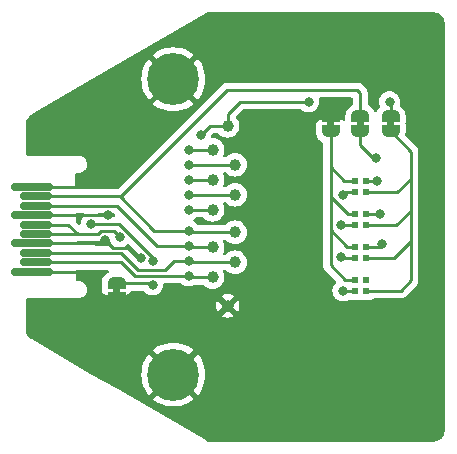
<source format=gtl>
%TF.GenerationSoftware,KiCad,Pcbnew,8.0.1*%
%TF.CreationDate,2024-08-04T19:12:34+01:00*%
%TF.ProjectId,hexpansion,68657870-616e-4736-996f-6e2e6b696361,rev?*%
%TF.SameCoordinates,Original*%
%TF.FileFunction,Copper,L1,Top*%
%TF.FilePolarity,Positive*%
%FSLAX46Y46*%
G04 Gerber Fmt 4.6, Leading zero omitted, Abs format (unit mm)*
G04 Created by KiCad (PCBNEW 8.0.1) date 2024-08-04 19:12:34*
%MOMM*%
%LPD*%
G01*
G04 APERTURE LIST*
G04 Aperture macros list*
%AMRoundRect*
0 Rectangle with rounded corners*
0 $1 Rounding radius*
0 $2 $3 $4 $5 $6 $7 $8 $9 X,Y pos of 4 corners*
0 Add a 4 corners polygon primitive as box body*
4,1,4,$2,$3,$4,$5,$6,$7,$8,$9,$2,$3,0*
0 Add four circle primitives for the rounded corners*
1,1,$1+$1,$2,$3*
1,1,$1+$1,$4,$5*
1,1,$1+$1,$6,$7*
1,1,$1+$1,$8,$9*
0 Add four rect primitives between the rounded corners*
20,1,$1+$1,$2,$3,$4,$5,0*
20,1,$1+$1,$4,$5,$6,$7,0*
20,1,$1+$1,$6,$7,$8,$9,0*
20,1,$1+$1,$8,$9,$2,$3,0*%
%AMFreePoly0*
4,1,19,0.500000,-0.750000,0.000000,-0.750000,0.000000,-0.744911,-0.071157,-0.744911,-0.207708,-0.704816,-0.327430,-0.627875,-0.420627,-0.520320,-0.479746,-0.390866,-0.500000,-0.250000,-0.500000,0.250000,-0.479746,0.390866,-0.420627,0.520320,-0.327430,0.627875,-0.207708,0.704816,-0.071157,0.744911,0.000000,0.744911,0.000000,0.750000,0.500000,0.750000,0.500000,-0.750000,0.500000,-0.750000,
$1*%
%AMFreePoly1*
4,1,19,0.000000,0.744911,0.071157,0.744911,0.207708,0.704816,0.327430,0.627875,0.420627,0.520320,0.479746,0.390866,0.500000,0.250000,0.500000,-0.250000,0.479746,-0.390866,0.420627,-0.520320,0.327430,-0.627875,0.207708,-0.704816,0.071157,-0.744911,0.000000,-0.744911,0.000000,-0.750000,-0.500000,-0.750000,-0.500000,0.750000,0.000000,0.750000,0.000000,0.744911,0.000000,0.744911,
$1*%
G04 Aperture macros list end*
%TA.AperFunction,EtchedComponent*%
%ADD10C,0.000000*%
%TD*%
%TA.AperFunction,SMDPad,CuDef*%
%ADD11C,1.000000*%
%TD*%
%TA.AperFunction,SMDPad,CuDef*%
%ADD12RoundRect,0.150000X1.600000X0.150000X-1.600000X0.150000X-1.600000X-0.150000X1.600000X-0.150000X0*%
%TD*%
%TA.AperFunction,SMDPad,CuDef*%
%ADD13RoundRect,0.150000X1.200000X0.150000X-1.200000X0.150000X-1.200000X-0.150000X1.200000X-0.150000X0*%
%TD*%
%TA.AperFunction,SMDPad,CuDef*%
%ADD14R,0.550000X0.550000*%
%TD*%
%TA.AperFunction,SMDPad,CuDef*%
%ADD15FreePoly0,270.000000*%
%TD*%
%TA.AperFunction,SMDPad,CuDef*%
%ADD16FreePoly1,270.000000*%
%TD*%
%TA.AperFunction,ComponentPad*%
%ADD17C,0.700000*%
%TD*%
%TA.AperFunction,ComponentPad*%
%ADD18C,4.400000*%
%TD*%
%TA.AperFunction,ViaPad*%
%ADD19C,0.800000*%
%TD*%
%TA.AperFunction,Conductor*%
%ADD20C,0.250000*%
%TD*%
%ADD21C,0.350000*%
G04 APERTURE END LIST*
D10*
%TA.AperFunction,EtchedComponent*%
%TO.C,DIN1*%
G36*
X128632006Y-91019999D02*
G01*
X128632005Y-91519998D01*
X128032004Y-91519997D01*
X128032005Y-91019998D01*
X128632006Y-91019999D01*
G37*
%TD.AperFunction*%
%TA.AperFunction,EtchedComponent*%
%TO.C,PWR1*%
G36*
X131222002Y-91020003D02*
G01*
X131222001Y-91520002D01*
X130622000Y-91520001D01*
X130622001Y-91020002D01*
X131222002Y-91020003D01*
G37*
%TD.AperFunction*%
%TA.AperFunction,EtchedComponent*%
%TO.C,JP1*%
G36*
X107996000Y-105659998D02*
G01*
X107395999Y-105659999D01*
X107396000Y-105160002D01*
X107996001Y-105160001D01*
X107996000Y-105659998D01*
G37*
%TD.AperFunction*%
%TA.AperFunction,EtchedComponent*%
%TO.C,GND1*%
G36*
X126122002Y-91020003D02*
G01*
X126122001Y-91520002D01*
X125522000Y-91520001D01*
X125522001Y-91020002D01*
X126122002Y-91020003D01*
G37*
%TD.AperFunction*%
%TD*%
D11*
%TO.P,3V3,1,1*%
%TO.N,/3V3*%
X117094000Y-91440000D03*
%TD*%
%TO.P,HS_I1,1,1*%
%TO.N,/HS_I*%
X115824000Y-104267000D03*
%TD*%
D12*
%TO.P,J1,11,GND*%
%TO.N,/GND*%
X100500000Y-96600000D03*
D13*
%TO.P,J1,12,HS_F*%
%TO.N,/HS_F*%
X100900000Y-97400000D03*
%TO.P,J1,13,HS_G*%
%TO.N,/HS_G*%
X100900000Y-98200000D03*
D12*
%TO.P,J1,14,GND*%
%TO.N,/GND*%
X100500000Y-99000000D03*
D13*
%TO.P,J1,15,3V3*%
%TO.N,/3V3*%
X100900000Y-99800000D03*
%TO.P,J1,16,3V3*%
X100900000Y-100600000D03*
D12*
%TO.P,J1,17,GND*%
%TO.N,/GND*%
X100500000Y-101400000D03*
D13*
%TO.P,J1,18,HS_H*%
%TO.N,/HS_H*%
X100900000Y-102200000D03*
%TO.P,J1,19,HS_I*%
%TO.N,/HS_I*%
X100900000Y-103000000D03*
D12*
%TO.P,J1,20,GND*%
%TO.N,/GND*%
X100500000Y-103800000D03*
%TD*%
D11*
%TO.P,HS_F1,1,1*%
%TO.N,/HS_F*%
X117729000Y-100457000D03*
%TD*%
D14*
%TO.P,D1,1,DIN*%
%TO.N,Net-(D1-DIN)*%
X127902000Y-97085000D03*
%TO.P,D1,2,VDD*%
%TO.N,Net-(D1-VDD)*%
X128852000Y-97085000D03*
%TO.P,D1,3,DOUT*%
%TO.N,Net-(D1-DOUT)*%
X128852000Y-96135000D03*
%TO.P,D1,4,VSS*%
%TO.N,Net-(D1-VSS)*%
X127902000Y-96135000D03*
%TD*%
D11*
%TO.P,LS_B1,1,1*%
%TO.N,/LS_B*%
X117729000Y-94742000D03*
%TD*%
%TO.P,LS_D1,1,1*%
%TO.N,/LS_D*%
X117729000Y-97282000D03*
%TD*%
D15*
%TO.P,DIN1,1,A*%
%TO.N,/HS_F*%
X128332004Y-90619996D03*
D16*
%TO.P,DIN1,2,B*%
%TO.N,Net-(D1-DIN)*%
X128332006Y-91920000D03*
%TD*%
D11*
%TO.P,GND2,1,1*%
%TO.N,/GND*%
X117094000Y-106680000D03*
%TD*%
%TO.P,HS_H1,1,1*%
%TO.N,/HS_H*%
X117729000Y-102997000D03*
%TD*%
D14*
%TO.P,D4,1,DIN*%
%TO.N,Net-(D3-DOUT)*%
X127902000Y-105410000D03*
%TO.P,D4,2,VDD*%
%TO.N,Net-(D1-VDD)*%
X128852000Y-105410000D03*
%TO.P,D4,3,DOUT*%
%TO.N,unconnected-(D4-DOUT-Pad3)*%
X128852000Y-104460000D03*
%TO.P,D4,4,VSS*%
%TO.N,Net-(D1-VSS)*%
X127902000Y-104460000D03*
%TD*%
D17*
%TO.P,H2,1,1*%
%TO.N,/GND*%
X110850000Y-87500000D03*
X111333274Y-86333274D03*
X111333274Y-88666726D03*
X112500000Y-85850000D03*
D18*
X112500000Y-87500000D03*
D17*
X112500000Y-89150000D03*
X113666726Y-86333274D03*
X113666726Y-88666726D03*
X114150000Y-87500000D03*
%TD*%
D15*
%TO.P,PWR1,1,A*%
%TO.N,/3V3*%
X130922000Y-90620000D03*
D16*
%TO.P,PWR1,2,B*%
%TO.N,Net-(D1-VDD)*%
X130922002Y-91920004D03*
%TD*%
D11*
%TO.P,LS_A1,1,1*%
%TO.N,/LS_A*%
X115824000Y-93472000D03*
%TD*%
%TO.P,LS_C1,1,1*%
%TO.N,/LS_C*%
X115824000Y-96012000D03*
%TD*%
D15*
%TO.P,JP1,1,A*%
%TO.N,/HEXP_DET*%
X107695999Y-104759998D03*
D16*
%TO.P,JP1,2,B*%
%TO.N,/GND*%
X107696001Y-106060002D03*
%TD*%
D14*
%TO.P,D3,1,DIN*%
%TO.N,Net-(D2-DOUT)*%
X127902000Y-102635000D03*
%TO.P,D3,2,VDD*%
%TO.N,Net-(D1-VDD)*%
X128852000Y-102635000D03*
%TO.P,D3,3,DOUT*%
%TO.N,Net-(D3-DOUT)*%
X128852000Y-101685000D03*
%TO.P,D3,4,VSS*%
%TO.N,Net-(D1-VSS)*%
X127902000Y-101685000D03*
%TD*%
D11*
%TO.P,HS_G1,1,1*%
%TO.N,/HS_G*%
X115824000Y-101727000D03*
%TD*%
%TO.P,LS_E1,1,1*%
%TO.N,/LS_E*%
X115824000Y-98552000D03*
%TD*%
D15*
%TO.P,GND1,1,A*%
%TO.N,/GND*%
X125822000Y-90620000D03*
D16*
%TO.P,GND1,2,B*%
%TO.N,Net-(D1-VSS)*%
X125822002Y-91920004D03*
%TD*%
D17*
%TO.P,H1,1,1*%
%TO.N,/GND*%
X110850000Y-112500000D03*
X111333274Y-111333274D03*
X111333274Y-113666726D03*
X112500000Y-110850000D03*
D18*
X112500000Y-112500000D03*
D17*
X112500000Y-114150000D03*
X113666726Y-111333274D03*
X113666726Y-113666726D03*
X114150000Y-112500000D03*
%TD*%
D14*
%TO.P,D2,1,DIN*%
%TO.N,Net-(D1-DOUT)*%
X127902000Y-99860000D03*
%TO.P,D2,2,VDD*%
%TO.N,Net-(D1-VDD)*%
X128852000Y-99860000D03*
%TO.P,D2,3,DOUT*%
%TO.N,Net-(D2-DOUT)*%
X128852000Y-98910000D03*
%TO.P,D2,4,VSS*%
%TO.N,Net-(D1-VSS)*%
X127902000Y-98910000D03*
%TD*%
D19*
%TO.N,/HEXP_DET*%
X110744000Y-104902000D03*
X110744000Y-102870000D03*
X105559132Y-99725000D03*
%TO.N,/GND*%
X109728000Y-102616000D03*
X106680000Y-101075000D03*
X106934000Y-99023000D03*
%TO.N,/3V3*%
X130810000Y-89408000D03*
X123952000Y-89408000D03*
X114808000Y-92202000D03*
X107945347Y-100833347D03*
%TO.N,/GND*%
X105918000Y-105918000D03*
X105918000Y-93726000D03*
%TO.N,/LS_C*%
X113792000Y-96012000D03*
%TO.N,/LS_D*%
X113792000Y-97282000D03*
%TO.N,/LS_E*%
X113792000Y-98552000D03*
%TO.N,/HS_F*%
X113792000Y-100330000D03*
%TO.N,/HS_G*%
X113792000Y-101600000D03*
%TO.N,/HS_H*%
X113792000Y-102870000D03*
%TO.N,/HS_I*%
X113792000Y-104140000D03*
%TO.N,Net-(D1-DIN)*%
X126852000Y-97300000D03*
X129682000Y-94200000D03*
%TO.N,Net-(D1-DOUT)*%
X129777000Y-96135000D03*
X126662000Y-99860000D03*
%TO.N,Net-(D2-DOUT)*%
X130042000Y-98920000D03*
X126692000Y-102520000D03*
%TO.N,Net-(D3-DOUT)*%
X130182000Y-101450000D03*
X126882000Y-105390000D03*
%TO.N,/LS_B*%
X113792000Y-94742000D03*
%TO.N,/LS_A*%
X113792000Y-93472000D03*
%TD*%
D20*
%TO.N,/GND*%
X106911000Y-99000000D02*
X100500000Y-99000000D01*
X106934000Y-99023000D02*
X106911000Y-99000000D01*
%TO.N,/3V3*%
X106379695Y-100350000D02*
X106129695Y-100600000D01*
X107462000Y-100350000D02*
X106379695Y-100350000D01*
X106129695Y-100600000D02*
X100900000Y-100600000D01*
X107945347Y-100833347D02*
X107462000Y-100350000D01*
X103594000Y-99800000D02*
X100900000Y-99800000D01*
X104394000Y-100600000D02*
X103594000Y-99800000D01*
%TO.N,/HEXP_DET*%
X110601998Y-104759998D02*
X110744000Y-104902000D01*
X107695999Y-104759998D02*
X110601998Y-104759998D01*
X110744000Y-102606695D02*
X110744000Y-102870000D01*
X107885305Y-99748000D02*
X110744000Y-102606695D01*
X105559132Y-99725000D02*
X105582132Y-99748000D01*
X105582132Y-99748000D02*
X107885305Y-99748000D01*
%TO.N,/GND*%
X108628000Y-101770000D02*
X107375000Y-101770000D01*
X107375000Y-101770000D02*
X106680000Y-101075000D01*
X109474000Y-102616000D02*
X108628000Y-101770000D01*
X109728000Y-102616000D02*
X109474000Y-102616000D01*
%TO.N,/HS_H*%
X112522000Y-102870000D02*
X113792000Y-102870000D01*
X109474000Y-103632000D02*
X111760000Y-103632000D01*
X111760000Y-103632000D02*
X112522000Y-102870000D01*
X108062000Y-102220000D02*
X109474000Y-103632000D01*
X105850000Y-102200000D02*
X105870000Y-102220000D01*
X105870000Y-102220000D02*
X108062000Y-102220000D01*
X100900000Y-102200000D02*
X105850000Y-102200000D01*
%TO.N,/HS_I*%
X109220000Y-104140000D02*
X113792000Y-104140000D01*
X108080000Y-103000000D02*
X109220000Y-104140000D01*
X100900000Y-103000000D02*
X108080000Y-103000000D01*
%TO.N,/HS_G*%
X111125000Y-101600000D02*
X113792000Y-101600000D01*
X107725000Y-98200000D02*
X111125000Y-101600000D01*
X105750000Y-98200000D02*
X107725000Y-98200000D01*
%TO.N,/GND*%
X106680000Y-101092000D02*
X106680000Y-101075000D01*
X100500000Y-101400000D02*
X106372000Y-101400000D01*
X106372000Y-101400000D02*
X106680000Y-101092000D01*
%TO.N,/3V3*%
X115570000Y-91440000D02*
X117094000Y-91440000D01*
X114808000Y-92202000D02*
X115570000Y-91440000D01*
X130922000Y-89520000D02*
X130810000Y-89408000D01*
X130922000Y-90620000D02*
X130922000Y-89520000D01*
X118110000Y-89408000D02*
X123952000Y-89408000D01*
X117094000Y-90424000D02*
X118110000Y-89408000D01*
X117094000Y-91440000D02*
X117094000Y-90424000D01*
%TO.N,/GND*%
X100500000Y-96600000D02*
X105610000Y-96600000D01*
X105880000Y-103800000D02*
X105910000Y-103830000D01*
X100500000Y-103800000D02*
X105880000Y-103800000D01*
%TO.N,/LS_C*%
X115824000Y-96012000D02*
X113792000Y-96012000D01*
%TO.N,/LS_D*%
X117729000Y-97282000D02*
X113792000Y-97282000D01*
%TO.N,/LS_E*%
X115824000Y-98552000D02*
X113792000Y-98552000D01*
%TO.N,/HS_F*%
X117729000Y-100457000D02*
X113919000Y-100457000D01*
X128092000Y-88410000D02*
X117076000Y-88410000D01*
X110880000Y-100330000D02*
X113792000Y-100330000D01*
X128332004Y-90619996D02*
X128332004Y-88940004D01*
X107950000Y-97400000D02*
X110880000Y-100330000D01*
X107950000Y-97400000D02*
X105480000Y-97400000D01*
X100900000Y-97400000D02*
X105480000Y-97400000D01*
X128332000Y-88940000D02*
X128332000Y-88650000D01*
X105680000Y-97400000D02*
X105690000Y-97390000D01*
X117076000Y-88410000D02*
X108086000Y-97400000D01*
X113919000Y-100457000D02*
X113792000Y-100330000D01*
X128332000Y-88650000D02*
X128092000Y-88410000D01*
X128332004Y-88940004D02*
X128332000Y-88940000D01*
X108086000Y-97400000D02*
X107950000Y-97400000D01*
X105480000Y-97400000D02*
X105680000Y-97400000D01*
%TO.N,/HS_G*%
X100900000Y-98200000D02*
X105750000Y-98200000D01*
X113919000Y-101727000D02*
X113792000Y-101600000D01*
X105750000Y-98200000D02*
X105760000Y-98190000D01*
X115824000Y-101727000D02*
X113919000Y-101727000D01*
%TO.N,/HS_H*%
X113919000Y-102997000D02*
X113792000Y-102870000D01*
X117729000Y-102997000D02*
X113919000Y-102997000D01*
%TO.N,/HS_I*%
X113919000Y-104267000D02*
X113792000Y-104140000D01*
X115824000Y-104267000D02*
X113919000Y-104267000D01*
%TO.N,Net-(D1-DIN)*%
X127067000Y-97085000D02*
X126852000Y-97300000D01*
X128332006Y-91920000D02*
X128332006Y-93100006D01*
X129432000Y-94200000D02*
X129682000Y-94200000D01*
X127902000Y-97085000D02*
X127067000Y-97085000D01*
X128332006Y-93100006D02*
X129432000Y-94200000D01*
%TO.N,Net-(D1-VDD)*%
X132632000Y-98620000D02*
X132632000Y-95920000D01*
X128852000Y-97085000D02*
X131467000Y-97085000D01*
X132632000Y-101210000D02*
X132632000Y-98620000D01*
X132632000Y-93630002D02*
X130922002Y-91920004D01*
X132632000Y-104530000D02*
X132632000Y-101210000D01*
X128852000Y-102635000D02*
X131207000Y-102635000D01*
X128852000Y-99860000D02*
X131392000Y-99860000D01*
X131752000Y-105410000D02*
X132632000Y-104530000D01*
X131467000Y-97085000D02*
X132632000Y-95920000D01*
X132632000Y-95920000D02*
X132632000Y-93630002D01*
X128852000Y-105410000D02*
X131752000Y-105410000D01*
X131207000Y-102635000D02*
X132632000Y-101210000D01*
X131392000Y-99860000D02*
X132632000Y-98620000D01*
%TO.N,Net-(D1-VSS)*%
X127207002Y-101685000D02*
X125822002Y-100300000D01*
X127282002Y-98910000D02*
X125822002Y-97450000D01*
X125822002Y-97450000D02*
X125822002Y-100300000D01*
X126987002Y-96135000D02*
X125822002Y-94970000D01*
X127032000Y-104460000D02*
X127902000Y-104460000D01*
X127902000Y-96135000D02*
X126987002Y-96135000D01*
X125812000Y-103240000D02*
X127032000Y-104460000D01*
X125822002Y-100300000D02*
X125822002Y-103229998D01*
X125822002Y-91920004D02*
X125822002Y-94970000D01*
X127902000Y-101685000D02*
X127207002Y-101685000D01*
X125822002Y-103229998D02*
X125812000Y-103240000D01*
X127902000Y-98910000D02*
X127282002Y-98910000D01*
X125822002Y-94970000D02*
X125822002Y-97450000D01*
%TO.N,Net-(D1-DOUT)*%
X127902000Y-99860000D02*
X126662000Y-99860000D01*
X128852000Y-96135000D02*
X129777000Y-96135000D01*
X126652000Y-99850000D02*
X126662000Y-99860000D01*
X129792000Y-96120000D02*
X129777000Y-96135000D01*
%TO.N,Net-(D2-DOUT)*%
X128852000Y-98910000D02*
X130032000Y-98910000D01*
X127902000Y-102635000D02*
X126807000Y-102635000D01*
X130032000Y-98910000D02*
X130042000Y-98920000D01*
X126807000Y-102635000D02*
X126692000Y-102520000D01*
%TO.N,Net-(D3-DOUT)*%
X129947000Y-101685000D02*
X130182000Y-101450000D01*
X128852000Y-101685000D02*
X129947000Y-101685000D01*
X126902000Y-105410000D02*
X126882000Y-105390000D01*
X127902000Y-105410000D02*
X126902000Y-105410000D01*
%TO.N,/LS_B*%
X117729000Y-94742000D02*
X113792000Y-94742000D01*
%TO.N,/LS_A*%
X115824000Y-93472000D02*
X113792000Y-93472000D01*
%TD*%
%TA.AperFunction,Conductor*%
%TO.N,/GND*%
G36*
X134501532Y-81813510D02*
G01*
X134504744Y-81813589D01*
X134587603Y-81815643D01*
X134608704Y-81817985D01*
X134779005Y-81851860D01*
X134802254Y-81858912D01*
X134961259Y-81924772D01*
X134982680Y-81936223D01*
X135125769Y-82031829D01*
X135144545Y-82047237D01*
X135266241Y-82168930D01*
X135281656Y-82187714D01*
X135377260Y-82330791D01*
X135388719Y-82352228D01*
X135454574Y-82511206D01*
X135461631Y-82534467D01*
X135495505Y-82704743D01*
X135497851Y-82725895D01*
X135499963Y-82811962D01*
X135500000Y-82815004D01*
X135500000Y-117185031D01*
X135499963Y-117188045D01*
X135497871Y-117274084D01*
X135495525Y-117295263D01*
X135461654Y-117465532D01*
X135454597Y-117488794D01*
X135388740Y-117647779D01*
X135377281Y-117669216D01*
X135281674Y-117812297D01*
X135266254Y-117831087D01*
X135144573Y-117952766D01*
X135125782Y-117968187D01*
X134982694Y-118063794D01*
X134961258Y-118075251D01*
X134802271Y-118141105D01*
X134779010Y-118148160D01*
X134608734Y-118182030D01*
X134587580Y-118184376D01*
X134501510Y-118186485D01*
X134498473Y-118186522D01*
X115533220Y-118186522D01*
X115471220Y-118169909D01*
X115287423Y-118063794D01*
X107827914Y-113757043D01*
X105650652Y-112500000D01*
X109795065Y-112500000D01*
X109814786Y-112826038D01*
X109873667Y-113147341D01*
X109970835Y-113459164D01*
X109970839Y-113459175D01*
X110104897Y-113757041D01*
X110104898Y-113757043D01*
X110273881Y-114036576D01*
X110421476Y-114224968D01*
X110939936Y-113706508D01*
X111133274Y-113706508D01*
X111163722Y-113780017D01*
X111219983Y-113836278D01*
X111293492Y-113866726D01*
X111373056Y-113866726D01*
X111446565Y-113836278D01*
X111502826Y-113780017D01*
X111533274Y-113706508D01*
X111533274Y-113626944D01*
X111502826Y-113553435D01*
X111446565Y-113497174D01*
X111373056Y-113466726D01*
X111293492Y-113466726D01*
X111219983Y-113497174D01*
X111163722Y-113553435D01*
X111133274Y-113626944D01*
X111133274Y-113706508D01*
X110939936Y-113706508D01*
X111563708Y-113082736D01*
X111660967Y-113216602D01*
X111783398Y-113339033D01*
X111917262Y-113436290D01*
X110775030Y-114578522D01*
X110775030Y-114578523D01*
X110963423Y-114726118D01*
X111242956Y-114895101D01*
X111242958Y-114895102D01*
X111540824Y-115029160D01*
X111540835Y-115029164D01*
X111852658Y-115126332D01*
X112173961Y-115185213D01*
X112500000Y-115204934D01*
X112826038Y-115185213D01*
X113147341Y-115126332D01*
X113459164Y-115029164D01*
X113459175Y-115029160D01*
X113757041Y-114895102D01*
X113757043Y-114895101D01*
X114036586Y-114726112D01*
X114224968Y-114578523D01*
X114224968Y-114578522D01*
X113352955Y-113706508D01*
X113466726Y-113706508D01*
X113497174Y-113780017D01*
X113553435Y-113836278D01*
X113626944Y-113866726D01*
X113706508Y-113866726D01*
X113780017Y-113836278D01*
X113836278Y-113780017D01*
X113866726Y-113706508D01*
X113866726Y-113626944D01*
X113836278Y-113553435D01*
X113780017Y-113497174D01*
X113706508Y-113466726D01*
X113626944Y-113466726D01*
X113553435Y-113497174D01*
X113497174Y-113553435D01*
X113466726Y-113626944D01*
X113466726Y-113706508D01*
X113352955Y-113706508D01*
X113082737Y-113436290D01*
X113216602Y-113339033D01*
X113339033Y-113216602D01*
X113436290Y-113082737D01*
X114578522Y-114224968D01*
X114578523Y-114224968D01*
X114726112Y-114036586D01*
X114895101Y-113757043D01*
X114895102Y-113757041D01*
X115029160Y-113459175D01*
X115029164Y-113459164D01*
X115126332Y-113147341D01*
X115185213Y-112826038D01*
X115204934Y-112500000D01*
X115185213Y-112173961D01*
X115126332Y-111852658D01*
X115029164Y-111540835D01*
X115029160Y-111540824D01*
X114895102Y-111242958D01*
X114895101Y-111242956D01*
X114726118Y-110963423D01*
X114578522Y-110775030D01*
X113436290Y-111917262D01*
X113339033Y-111783398D01*
X113216602Y-111660967D01*
X113082736Y-111563709D01*
X113273389Y-111373056D01*
X113466726Y-111373056D01*
X113497174Y-111446565D01*
X113553435Y-111502826D01*
X113626944Y-111533274D01*
X113706508Y-111533274D01*
X113780017Y-111502826D01*
X113836278Y-111446565D01*
X113866726Y-111373056D01*
X113866726Y-111293492D01*
X113836278Y-111219983D01*
X113780017Y-111163722D01*
X113706508Y-111133274D01*
X113626944Y-111133274D01*
X113553435Y-111163722D01*
X113497174Y-111219983D01*
X113466726Y-111293492D01*
X113466726Y-111373056D01*
X113273389Y-111373056D01*
X114224968Y-110421476D01*
X114036576Y-110273881D01*
X113757043Y-110104898D01*
X113757041Y-110104897D01*
X113459175Y-109970839D01*
X113459164Y-109970835D01*
X113147341Y-109873667D01*
X112826038Y-109814786D01*
X112500000Y-109795065D01*
X112173961Y-109814786D01*
X111852658Y-109873667D01*
X111540835Y-109970835D01*
X111540824Y-109970839D01*
X111242958Y-110104897D01*
X111242956Y-110104898D01*
X110963422Y-110273881D01*
X110963416Y-110273886D01*
X110775030Y-110421474D01*
X110775029Y-110421476D01*
X111917262Y-111563709D01*
X111783398Y-111660967D01*
X111660967Y-111783398D01*
X111563709Y-111917262D01*
X111019503Y-111373056D01*
X111133274Y-111373056D01*
X111163722Y-111446565D01*
X111219983Y-111502826D01*
X111293492Y-111533274D01*
X111373056Y-111533274D01*
X111446565Y-111502826D01*
X111502826Y-111446565D01*
X111533274Y-111373056D01*
X111533274Y-111293492D01*
X111502826Y-111219983D01*
X111446565Y-111163722D01*
X111373056Y-111133274D01*
X111293492Y-111133274D01*
X111219983Y-111163722D01*
X111163722Y-111219983D01*
X111133274Y-111293492D01*
X111133274Y-111373056D01*
X111019503Y-111373056D01*
X110421476Y-110775029D01*
X110421474Y-110775030D01*
X110273886Y-110963416D01*
X110273881Y-110963422D01*
X110104898Y-111242956D01*
X110104897Y-111242958D01*
X109970839Y-111540824D01*
X109970835Y-111540835D01*
X109873667Y-111852658D01*
X109814786Y-112173961D01*
X109795065Y-112500000D01*
X105650652Y-112500000D01*
X100501428Y-109527093D01*
X100498608Y-109525415D01*
X100420311Y-109477404D01*
X100402161Y-109463847D01*
X100264511Y-109339913D01*
X100247165Y-109320649D01*
X100139266Y-109172148D01*
X100126306Y-109149703D01*
X100051634Y-108982002D01*
X100043626Y-108957358D01*
X100005112Y-108776200D01*
X100002445Y-108753674D01*
X100000042Y-108661846D01*
X100000000Y-108658603D01*
X100000000Y-107542075D01*
X116585476Y-107542075D01*
X116709462Y-107608348D01*
X116897969Y-107665531D01*
X116897965Y-107665531D01*
X117094000Y-107684838D01*
X117290032Y-107665531D01*
X117478537Y-107608348D01*
X117602523Y-107542076D01*
X117602523Y-107542075D01*
X117094001Y-107033553D01*
X117094000Y-107033553D01*
X116585476Y-107542075D01*
X100000000Y-107542075D01*
X100000000Y-106680000D01*
X116089161Y-106680000D01*
X116108468Y-106876032D01*
X116165651Y-107064537D01*
X116231923Y-107188522D01*
X116740447Y-106680000D01*
X117447553Y-106680000D01*
X117956076Y-107188523D01*
X118022348Y-107064537D01*
X118079531Y-106876032D01*
X118098838Y-106680000D01*
X118079531Y-106483967D01*
X118022348Y-106295462D01*
X117956075Y-106171476D01*
X117447553Y-106679999D01*
X117447553Y-106680000D01*
X116740447Y-106680000D01*
X116231923Y-106171476D01*
X116165649Y-106295466D01*
X116108468Y-106483967D01*
X116089161Y-106680000D01*
X100000000Y-106680000D01*
X100000000Y-106253025D01*
X100000147Y-106246989D01*
X100000363Y-106242548D01*
X100001352Y-106222261D01*
X100010642Y-106180856D01*
X100030659Y-106132529D01*
X100057534Y-106092308D01*
X100092308Y-106057534D01*
X100132529Y-106030659D01*
X100180856Y-106010642D01*
X100222261Y-106001352D01*
X100241421Y-106000418D01*
X100246990Y-106000147D01*
X100253026Y-106000000D01*
X104500015Y-106000000D01*
X104551275Y-105998564D01*
X104578623Y-105997799D01*
X104731927Y-105962809D01*
X104873601Y-105894582D01*
X104969729Y-105817923D01*
X116585476Y-105817923D01*
X117094000Y-106326447D01*
X117094001Y-106326447D01*
X117602522Y-105817923D01*
X117478537Y-105751651D01*
X117290030Y-105694468D01*
X117290034Y-105694468D01*
X117094000Y-105675161D01*
X116897967Y-105694468D01*
X116709466Y-105751649D01*
X116585476Y-105817923D01*
X104969729Y-105817923D01*
X104996541Y-105796541D01*
X105094582Y-105673601D01*
X105162809Y-105531927D01*
X105197799Y-105378623D01*
X105200000Y-105300000D01*
X105197799Y-105221377D01*
X105162809Y-105068073D01*
X105149530Y-105040500D01*
X105094583Y-104926401D01*
X105094582Y-104926400D01*
X105094582Y-104926399D01*
X104996541Y-104803459D01*
X104873601Y-104705418D01*
X104873599Y-104705417D01*
X104873598Y-104705416D01*
X104731927Y-104637190D01*
X104578625Y-104602201D01*
X104578615Y-104602200D01*
X104500015Y-104600000D01*
X104500000Y-104600000D01*
X104389804Y-104600000D01*
X104322765Y-104580315D01*
X104277010Y-104527511D01*
X104265807Y-104476862D01*
X104264484Y-104286587D01*
X104260757Y-103750362D01*
X104279975Y-103683187D01*
X104332460Y-103637066D01*
X104384754Y-103625500D01*
X106939713Y-103625500D01*
X107006752Y-103645185D01*
X107052507Y-103697989D01*
X107062451Y-103767147D01*
X107033426Y-103830703D01*
X106991225Y-103862294D01*
X106962917Y-103875221D01*
X106962907Y-103875226D01*
X106962905Y-103875228D01*
X106951952Y-103882267D01*
X106841866Y-103953013D01*
X106841862Y-103953016D01*
X106733225Y-104047150D01*
X106733206Y-104047167D01*
X106733205Y-104047169D01*
X106638984Y-104155907D01*
X106638982Y-104155909D01*
X106638982Y-104155910D01*
X106638980Y-104155913D01*
X106561254Y-104276855D01*
X106561251Y-104276861D01*
X106501482Y-104407739D01*
X106460976Y-104545689D01*
X106460973Y-104545701D01*
X106440499Y-104688108D01*
X106440499Y-105260000D01*
X106445643Y-105331938D01*
X106486181Y-105469992D01*
X106563966Y-105591028D01*
X106563970Y-105591032D01*
X106659259Y-105673601D01*
X106672705Y-105685252D01*
X106713173Y-105703733D01*
X106803579Y-105745021D01*
X106803582Y-105745021D01*
X106803583Y-105745022D01*
X106945999Y-105765498D01*
X106946002Y-105765498D01*
X107481763Y-105765498D01*
X107981762Y-105765498D01*
X108445999Y-105765498D01*
X108517939Y-105760353D01*
X108655991Y-105719817D01*
X108777031Y-105642029D01*
X108871253Y-105533292D01*
X108905644Y-105457987D01*
X108951398Y-105405183D01*
X109018438Y-105385498D01*
X109912890Y-105385498D01*
X109979929Y-105405183D01*
X110006320Y-105430105D01*
X110007119Y-105429387D01*
X110138129Y-105574888D01*
X110291265Y-105686148D01*
X110291270Y-105686151D01*
X110464192Y-105763142D01*
X110464197Y-105763144D01*
X110649354Y-105802500D01*
X110649355Y-105802500D01*
X110838644Y-105802500D01*
X110838646Y-105802500D01*
X111023803Y-105763144D01*
X111196730Y-105686151D01*
X111349871Y-105574888D01*
X111476533Y-105434216D01*
X111571179Y-105270284D01*
X111629674Y-105090256D01*
X111649460Y-104902000D01*
X111649460Y-104901997D01*
X111649460Y-104895502D01*
X111650782Y-104895502D01*
X111662076Y-104833735D01*
X111709807Y-104782710D01*
X111772829Y-104765500D01*
X113088252Y-104765500D01*
X113155291Y-104785185D01*
X113180400Y-104806526D01*
X113186126Y-104812885D01*
X113186130Y-104812889D01*
X113339265Y-104924148D01*
X113339270Y-104924151D01*
X113512192Y-105001142D01*
X113512197Y-105001144D01*
X113697354Y-105040500D01*
X113697355Y-105040500D01*
X113886644Y-105040500D01*
X113886646Y-105040500D01*
X114071803Y-105001144D01*
X114244730Y-104924151D01*
X114255698Y-104916181D01*
X114321504Y-104892702D01*
X114328584Y-104892500D01*
X114984397Y-104892500D01*
X115051436Y-104912185D01*
X115080250Y-104937835D01*
X115113116Y-104977883D01*
X115265460Y-105102909D01*
X115265467Y-105102913D01*
X115439266Y-105195811D01*
X115439269Y-105195811D01*
X115439273Y-105195814D01*
X115627868Y-105253024D01*
X115824000Y-105272341D01*
X116020132Y-105253024D01*
X116208727Y-105195814D01*
X116382538Y-105102910D01*
X116534883Y-104977883D01*
X116659910Y-104825538D01*
X116728423Y-104697360D01*
X116752811Y-104651733D01*
X116752811Y-104651732D01*
X116752814Y-104651727D01*
X116810024Y-104463132D01*
X116829341Y-104267000D01*
X116810024Y-104070868D01*
X116752814Y-103882273D01*
X116749049Y-103875229D01*
X116711486Y-103804953D01*
X116697244Y-103736551D01*
X116722244Y-103671307D01*
X116778549Y-103629936D01*
X116820844Y-103622500D01*
X116889397Y-103622500D01*
X116956436Y-103642185D01*
X116985250Y-103667835D01*
X117018116Y-103707883D01*
X117170460Y-103832909D01*
X117170467Y-103832913D01*
X117344266Y-103925811D01*
X117344269Y-103925811D01*
X117344273Y-103925814D01*
X117532868Y-103983024D01*
X117729000Y-104002341D01*
X117925132Y-103983024D01*
X118113727Y-103925814D01*
X118287538Y-103832910D01*
X118439883Y-103707883D01*
X118564910Y-103555538D01*
X118636050Y-103422444D01*
X118657811Y-103381733D01*
X118657811Y-103381732D01*
X118657814Y-103381727D01*
X118715024Y-103193132D01*
X118734341Y-102997000D01*
X118715024Y-102800868D01*
X118657814Y-102612273D01*
X118657811Y-102612269D01*
X118657811Y-102612266D01*
X118564913Y-102438467D01*
X118564909Y-102438460D01*
X118439883Y-102286116D01*
X118287539Y-102161090D01*
X118287532Y-102161086D01*
X118113733Y-102068188D01*
X118113727Y-102068186D01*
X117925132Y-102010976D01*
X117925129Y-102010975D01*
X117729000Y-101991659D01*
X117532870Y-102010975D01*
X117344266Y-102068188D01*
X117170467Y-102161086D01*
X117170460Y-102161090D01*
X117018116Y-102286116D01*
X116985250Y-102326165D01*
X116927505Y-102365499D01*
X116889397Y-102371500D01*
X116820844Y-102371500D01*
X116753805Y-102351815D01*
X116708050Y-102299011D01*
X116698106Y-102229853D01*
X116711486Y-102189047D01*
X116752811Y-102111732D01*
X116752814Y-102111727D01*
X116810024Y-101923132D01*
X116829341Y-101727000D01*
X116810024Y-101530868D01*
X116752814Y-101342273D01*
X116726429Y-101292910D01*
X116711486Y-101264953D01*
X116697244Y-101196551D01*
X116722244Y-101131307D01*
X116778549Y-101089936D01*
X116820844Y-101082500D01*
X116889397Y-101082500D01*
X116956436Y-101102185D01*
X116985250Y-101127835D01*
X117018116Y-101167883D01*
X117170460Y-101292909D01*
X117170467Y-101292913D01*
X117344266Y-101385811D01*
X117344269Y-101385811D01*
X117344273Y-101385814D01*
X117532868Y-101443024D01*
X117729000Y-101462341D01*
X117925132Y-101443024D01*
X118113727Y-101385814D01*
X118287538Y-101292910D01*
X118439883Y-101167883D01*
X118564910Y-101015538D01*
X118657814Y-100841727D01*
X118715024Y-100653132D01*
X118734341Y-100457000D01*
X118715024Y-100260868D01*
X118657814Y-100072273D01*
X118657811Y-100072269D01*
X118657811Y-100072266D01*
X118564913Y-99898467D01*
X118564909Y-99898460D01*
X118439883Y-99746116D01*
X118287539Y-99621090D01*
X118287532Y-99621086D01*
X118113733Y-99528188D01*
X118113727Y-99528186D01*
X117957563Y-99480814D01*
X117925129Y-99470975D01*
X117729000Y-99451659D01*
X117532870Y-99470975D01*
X117344266Y-99528188D01*
X117170467Y-99621086D01*
X117170460Y-99621090D01*
X117018116Y-99746116D01*
X116985250Y-99786165D01*
X116927505Y-99825499D01*
X116889397Y-99831500D01*
X114610099Y-99831500D01*
X114543060Y-99811815D01*
X114517949Y-99790472D01*
X114436596Y-99700121D01*
X114397871Y-99657112D01*
X114397870Y-99657111D01*
X114239473Y-99542029D01*
X114241028Y-99539888D01*
X114200921Y-99497840D01*
X114187685Y-99429235D01*
X114213642Y-99364366D01*
X114240370Y-99341205D01*
X114239473Y-99339971D01*
X114384641Y-99234500D01*
X114397871Y-99224888D01*
X114400788Y-99221647D01*
X114403600Y-99218526D01*
X114463087Y-99181879D01*
X114495748Y-99177500D01*
X114984397Y-99177500D01*
X115051436Y-99197185D01*
X115080250Y-99222835D01*
X115113116Y-99262883D01*
X115265460Y-99387909D01*
X115265467Y-99387913D01*
X115439266Y-99480811D01*
X115439269Y-99480811D01*
X115439273Y-99480814D01*
X115627868Y-99538024D01*
X115824000Y-99557341D01*
X116020132Y-99538024D01*
X116208727Y-99480814D01*
X116227135Y-99470975D01*
X116305224Y-99429235D01*
X116382538Y-99387910D01*
X116534883Y-99262883D01*
X116659910Y-99110538D01*
X116752814Y-98936727D01*
X116810024Y-98748132D01*
X116829341Y-98552000D01*
X116810024Y-98355868D01*
X116752814Y-98167273D01*
X116735297Y-98134501D01*
X116711486Y-98089953D01*
X116697244Y-98021551D01*
X116722244Y-97956307D01*
X116778549Y-97914936D01*
X116820844Y-97907500D01*
X116889397Y-97907500D01*
X116956436Y-97927185D01*
X116985250Y-97952835D01*
X117018116Y-97992883D01*
X117170460Y-98117909D01*
X117170467Y-98117913D01*
X117344266Y-98210811D01*
X117344269Y-98210811D01*
X117344273Y-98210814D01*
X117532868Y-98268024D01*
X117729000Y-98287341D01*
X117925132Y-98268024D01*
X118113727Y-98210814D01*
X118150419Y-98191202D01*
X118253973Y-98135851D01*
X118287538Y-98117910D01*
X118439883Y-97992883D01*
X118564910Y-97840538D01*
X118634417Y-97710499D01*
X118657811Y-97666733D01*
X118657811Y-97666732D01*
X118657814Y-97666727D01*
X118715024Y-97478132D01*
X118734341Y-97282000D01*
X118715024Y-97085868D01*
X118657814Y-96897273D01*
X118657811Y-96897269D01*
X118657811Y-96897266D01*
X118564913Y-96723467D01*
X118564909Y-96723460D01*
X118439883Y-96571116D01*
X118287539Y-96446090D01*
X118287532Y-96446086D01*
X118113733Y-96353188D01*
X118113727Y-96353186D01*
X117925132Y-96295976D01*
X117925129Y-96295975D01*
X117729000Y-96276659D01*
X117532870Y-96295975D01*
X117344266Y-96353188D01*
X117170467Y-96446086D01*
X117170460Y-96446090D01*
X117018116Y-96571116D01*
X116985250Y-96611165D01*
X116927505Y-96650499D01*
X116889397Y-96656500D01*
X116820844Y-96656500D01*
X116753805Y-96636815D01*
X116708050Y-96584011D01*
X116698106Y-96514853D01*
X116711486Y-96474047D01*
X116752811Y-96396732D01*
X116752814Y-96396727D01*
X116810024Y-96208132D01*
X116829341Y-96012000D01*
X116810024Y-95815868D01*
X116752814Y-95627273D01*
X116739725Y-95602785D01*
X116711486Y-95549953D01*
X116697244Y-95481551D01*
X116722244Y-95416307D01*
X116778549Y-95374936D01*
X116820844Y-95367500D01*
X116889397Y-95367500D01*
X116956436Y-95387185D01*
X116985250Y-95412835D01*
X117018116Y-95452883D01*
X117170460Y-95577909D01*
X117170467Y-95577913D01*
X117344266Y-95670811D01*
X117344269Y-95670811D01*
X117344273Y-95670814D01*
X117532868Y-95728024D01*
X117729000Y-95747341D01*
X117925132Y-95728024D01*
X118113727Y-95670814D01*
X118287538Y-95577910D01*
X118439883Y-95452883D01*
X118564910Y-95300538D01*
X118657814Y-95126727D01*
X118715024Y-94938132D01*
X118734341Y-94742000D01*
X118715024Y-94545868D01*
X118657814Y-94357273D01*
X118657811Y-94357269D01*
X118657811Y-94357266D01*
X118564913Y-94183467D01*
X118564909Y-94183460D01*
X118439883Y-94031116D01*
X118287539Y-93906090D01*
X118287532Y-93906086D01*
X118113733Y-93813188D01*
X118113727Y-93813186D01*
X117925132Y-93755976D01*
X117925129Y-93755975D01*
X117729000Y-93736659D01*
X117532870Y-93755975D01*
X117344266Y-93813188D01*
X117170467Y-93906086D01*
X117170460Y-93906090D01*
X117018116Y-94031116D01*
X116985250Y-94071165D01*
X116927505Y-94110499D01*
X116889397Y-94116500D01*
X116820844Y-94116500D01*
X116753805Y-94096815D01*
X116708050Y-94044011D01*
X116698106Y-93974853D01*
X116711486Y-93934047D01*
X116752811Y-93856732D01*
X116752814Y-93856727D01*
X116810024Y-93668132D01*
X116829341Y-93472000D01*
X116810024Y-93275868D01*
X116752814Y-93087273D01*
X116752811Y-93087269D01*
X116752811Y-93087266D01*
X116659913Y-92913467D01*
X116659909Y-92913460D01*
X116534883Y-92761116D01*
X116382539Y-92636090D01*
X116382532Y-92636086D01*
X116208733Y-92543188D01*
X116208727Y-92543186D01*
X116020132Y-92485976D01*
X116020129Y-92485975D01*
X115824000Y-92466659D01*
X115823359Y-92466659D01*
X115823035Y-92466564D01*
X115817938Y-92466062D01*
X115818033Y-92465095D01*
X115756320Y-92446974D01*
X115710565Y-92394170D01*
X115700038Y-92329700D01*
X115711321Y-92222344D01*
X115737904Y-92157735D01*
X115746962Y-92147627D01*
X115792774Y-92101817D01*
X115854098Y-92068333D01*
X115880453Y-92065500D01*
X116254397Y-92065500D01*
X116321436Y-92085185D01*
X116350250Y-92110835D01*
X116383116Y-92150883D01*
X116535460Y-92275909D01*
X116535467Y-92275913D01*
X116709266Y-92368811D01*
X116709269Y-92368811D01*
X116709273Y-92368814D01*
X116897868Y-92426024D01*
X117094000Y-92445341D01*
X117290132Y-92426024D01*
X117478727Y-92368814D01*
X117652538Y-92275910D01*
X117804883Y-92150883D01*
X117929910Y-91998538D01*
X118022814Y-91824727D01*
X118080024Y-91636132D01*
X118099341Y-91440000D01*
X118080024Y-91243868D01*
X118022814Y-91055273D01*
X118022811Y-91055269D01*
X118022811Y-91055266D01*
X117929913Y-90881467D01*
X117929909Y-90881460D01*
X117816946Y-90743816D01*
X117789633Y-90679506D01*
X117801424Y-90610639D01*
X117825115Y-90577474D01*
X118332771Y-90069819D01*
X118394094Y-90036334D01*
X118420452Y-90033500D01*
X123248252Y-90033500D01*
X123315291Y-90053185D01*
X123340400Y-90074526D01*
X123346126Y-90080885D01*
X123346130Y-90080889D01*
X123499265Y-90192148D01*
X123499270Y-90192151D01*
X123672192Y-90269142D01*
X123672197Y-90269144D01*
X123857354Y-90308500D01*
X123857355Y-90308500D01*
X124046644Y-90308500D01*
X124046646Y-90308500D01*
X124231803Y-90269144D01*
X124404730Y-90192151D01*
X124557871Y-90080888D01*
X124684533Y-89940216D01*
X124779179Y-89776284D01*
X124837674Y-89596256D01*
X124857460Y-89408000D01*
X124837674Y-89219744D01*
X124834806Y-89210919D01*
X124830550Y-89197817D01*
X124828555Y-89127976D01*
X124864636Y-89068144D01*
X124927337Y-89037316D01*
X124948481Y-89035500D01*
X127582504Y-89035500D01*
X127649543Y-89055185D01*
X127695298Y-89107989D01*
X127706504Y-89159500D01*
X127706504Y-89606399D01*
X127686819Y-89673438D01*
X127634016Y-89719193D01*
X127598922Y-89735219D01*
X127598912Y-89735224D01*
X127598910Y-89735226D01*
X127598904Y-89735230D01*
X127477871Y-89813011D01*
X127477867Y-89813014D01*
X127369230Y-89907148D01*
X127369211Y-89907165D01*
X127369209Y-89907168D01*
X127352047Y-89926973D01*
X127274989Y-90015905D01*
X127274987Y-90015907D01*
X127274987Y-90015908D01*
X127274985Y-90015911D01*
X127197259Y-90136853D01*
X127197256Y-90136859D01*
X127137487Y-90267737D01*
X127096981Y-90405687D01*
X127096978Y-90405699D01*
X127076504Y-90548106D01*
X127076504Y-90923571D01*
X127056819Y-90990610D01*
X127004015Y-91036365D01*
X126934857Y-91046309D01*
X126871301Y-91017284D01*
X126845297Y-90994751D01*
X126845296Y-90994750D01*
X126836231Y-90990610D01*
X126714421Y-90934980D01*
X126714416Y-90934979D01*
X126572002Y-90914504D01*
X126107765Y-90914504D01*
X126036238Y-90914504D01*
X125607766Y-90914504D01*
X125536239Y-90914504D01*
X125072002Y-90914504D01*
X125071999Y-90914504D01*
X125000061Y-90919648D01*
X124862007Y-90960186D01*
X124740971Y-91037971D01*
X124740967Y-91037975D01*
X124646752Y-91146704D01*
X124646746Y-91146713D01*
X124586978Y-91277584D01*
X124586977Y-91277589D01*
X124566502Y-91420003D01*
X124566502Y-91991893D01*
X124586976Y-92134300D01*
X124586977Y-92134304D01*
X124586978Y-92134308D01*
X124627485Y-92272263D01*
X124629151Y-92275910D01*
X124687254Y-92403140D01*
X124687255Y-92403142D01*
X124761378Y-92518480D01*
X124762198Y-92519921D01*
X124764990Y-92524102D01*
X124859209Y-92632834D01*
X124859212Y-92632837D01*
X124967866Y-92726985D01*
X124967869Y-92726988D01*
X124967871Y-92726989D01*
X124967872Y-92726990D01*
X125088908Y-92804774D01*
X125124012Y-92820805D01*
X125176817Y-92866560D01*
X125196502Y-92933599D01*
X125196502Y-103115893D01*
X125194120Y-103140083D01*
X125186500Y-103178394D01*
X125186500Y-103301611D01*
X125210535Y-103422444D01*
X125210540Y-103422461D01*
X125257685Y-103536281D01*
X125257690Y-103536290D01*
X125326139Y-103638727D01*
X125326145Y-103638735D01*
X126253754Y-104566345D01*
X126287239Y-104627668D01*
X126282255Y-104697360D01*
X126258223Y-104736998D01*
X126149466Y-104857785D01*
X126054821Y-105021715D01*
X126054818Y-105021722D01*
X125996327Y-105201740D01*
X125996326Y-105201744D01*
X125976540Y-105390000D01*
X125996326Y-105578256D01*
X125996327Y-105578259D01*
X126054818Y-105758277D01*
X126054821Y-105758284D01*
X126149467Y-105922216D01*
X126229824Y-106011461D01*
X126276129Y-106062888D01*
X126429265Y-106174148D01*
X126429270Y-106174151D01*
X126602192Y-106251142D01*
X126602197Y-106251144D01*
X126787354Y-106290500D01*
X126787355Y-106290500D01*
X126976644Y-106290500D01*
X126976646Y-106290500D01*
X127161803Y-106251144D01*
X127334730Y-106174151D01*
X127339064Y-106171001D01*
X127404866Y-106147519D01*
X127455287Y-106155134D01*
X127456967Y-106155761D01*
X127519511Y-106179089D01*
X127519517Y-106179091D01*
X127579127Y-106185500D01*
X128224872Y-106185499D01*
X128284483Y-106179091D01*
X128333665Y-106160746D01*
X128403355Y-106155761D01*
X128420333Y-106160747D01*
X128469508Y-106179088D01*
X128469511Y-106179089D01*
X128469517Y-106179091D01*
X128529127Y-106185500D01*
X129174872Y-106185499D01*
X129234483Y-106179091D01*
X129369331Y-106128796D01*
X129457373Y-106062888D01*
X129460920Y-106060233D01*
X129526385Y-106035816D01*
X129535231Y-106035500D01*
X131813607Y-106035500D01*
X131874029Y-106023481D01*
X131934452Y-106011463D01*
X131934455Y-106011461D01*
X131934458Y-106011461D01*
X131967787Y-105997654D01*
X131967786Y-105997654D01*
X131967792Y-105997652D01*
X132048286Y-105964312D01*
X132103630Y-105927331D01*
X132150733Y-105895858D01*
X132237858Y-105808733D01*
X132237859Y-105808731D01*
X132244925Y-105801665D01*
X132244928Y-105801661D01*
X133030729Y-105015860D01*
X133030733Y-105015858D01*
X133117858Y-104928733D01*
X133148584Y-104882746D01*
X133169254Y-104851813D01*
X133169256Y-104851810D01*
X133186310Y-104826288D01*
X133186314Y-104826280D01*
X133216726Y-104752859D01*
X133216726Y-104752858D01*
X133218663Y-104748181D01*
X133233463Y-104712452D01*
X133257500Y-104591606D01*
X133257500Y-101148394D01*
X133257500Y-98558394D01*
X133257500Y-98558393D01*
X133257500Y-95858394D01*
X133257500Y-95858393D01*
X133257500Y-93568396D01*
X133233463Y-93447550D01*
X133195020Y-93354741D01*
X133186312Y-93333718D01*
X133186307Y-93333709D01*
X133117859Y-93231270D01*
X133117858Y-93231269D01*
X133030733Y-93144144D01*
X133030732Y-93144143D01*
X132178150Y-92291562D01*
X132144666Y-92230240D01*
X132146855Y-92168946D01*
X132153115Y-92147627D01*
X132157026Y-92134308D01*
X132177502Y-91991893D01*
X132177502Y-91420004D01*
X132172357Y-91348064D01*
X132161398Y-91310741D01*
X132157636Y-91258157D01*
X132159690Y-91243870D01*
X132177500Y-91120000D01*
X132177500Y-90548111D01*
X132157024Y-90405696D01*
X132116517Y-90267741D01*
X132056747Y-90136863D01*
X132056744Y-90136859D01*
X131982623Y-90021523D01*
X131981802Y-90020081D01*
X131979011Y-90015901D01*
X131884792Y-89907169D01*
X131884789Y-89907166D01*
X131776135Y-89813018D01*
X131776132Y-89813015D01*
X131731748Y-89784492D01*
X131685993Y-89731688D01*
X131676049Y-89662530D01*
X131680857Y-89641856D01*
X131692378Y-89606399D01*
X131695674Y-89596256D01*
X131715460Y-89408000D01*
X131695674Y-89219744D01*
X131637179Y-89039716D01*
X131542533Y-88875784D01*
X131415871Y-88735112D01*
X131376501Y-88706508D01*
X131262734Y-88623851D01*
X131262729Y-88623848D01*
X131089807Y-88546857D01*
X131089802Y-88546855D01*
X130944001Y-88515865D01*
X130904646Y-88507500D01*
X130715354Y-88507500D01*
X130682897Y-88514398D01*
X130530197Y-88546855D01*
X130530192Y-88546857D01*
X130357270Y-88623848D01*
X130357265Y-88623851D01*
X130204129Y-88735111D01*
X130077466Y-88875785D01*
X129982821Y-89039715D01*
X129982818Y-89039722D01*
X129924327Y-89219740D01*
X129924326Y-89219744D01*
X129904540Y-89408000D01*
X129924326Y-89596256D01*
X129924327Y-89596259D01*
X129984829Y-89782465D01*
X129982647Y-89783173D01*
X129990534Y-89842010D01*
X129960903Y-89905286D01*
X129959486Y-89906848D01*
X129959210Y-89907167D01*
X129959209Y-89907168D01*
X129959206Y-89907171D01*
X129864985Y-90015909D01*
X129864983Y-90015911D01*
X129864983Y-90015912D01*
X129864981Y-90015915D01*
X129787255Y-90136857D01*
X129787249Y-90136869D01*
X129739796Y-90240777D01*
X129694041Y-90293581D01*
X129627001Y-90313265D01*
X129559962Y-90293580D01*
X129514209Y-90240779D01*
X129466751Y-90136859D01*
X129430781Y-90080889D01*
X129392627Y-90021519D01*
X129391806Y-90020077D01*
X129389015Y-90015897D01*
X129294796Y-89907165D01*
X129294793Y-89907162D01*
X129186139Y-89813014D01*
X129186136Y-89813011D01*
X129128986Y-89776284D01*
X129065098Y-89735226D01*
X129065091Y-89735223D01*
X129065085Y-89735219D01*
X129029992Y-89719193D01*
X128977188Y-89673438D01*
X128957504Y-89606399D01*
X128957504Y-89007745D01*
X128957505Y-89007724D01*
X128957505Y-88872557D01*
X128957500Y-88872451D01*
X128957500Y-88588393D01*
X128957499Y-88588389D01*
X128949238Y-88546855D01*
X128933463Y-88467548D01*
X128886311Y-88353714D01*
X128886310Y-88353713D01*
X128886307Y-88353707D01*
X128817858Y-88251267D01*
X128817855Y-88251263D01*
X128727637Y-88161045D01*
X128727606Y-88161016D01*
X128582198Y-88015608D01*
X128582178Y-88015586D01*
X128490733Y-87924141D01*
X128439509Y-87889915D01*
X128388287Y-87855689D01*
X128388286Y-87855688D01*
X128388283Y-87855686D01*
X128388280Y-87855685D01*
X128307792Y-87822347D01*
X128274453Y-87808537D01*
X128264427Y-87806543D01*
X128214029Y-87796518D01*
X128153610Y-87784500D01*
X128153607Y-87784500D01*
X128153606Y-87784500D01*
X117137607Y-87784500D01*
X117014393Y-87784500D01*
X117014389Y-87784500D01*
X116953971Y-87796518D01*
X116893548Y-87808537D01*
X116893543Y-87808538D01*
X116860207Y-87822347D01*
X116846397Y-87828067D01*
X116824169Y-87837274D01*
X116779713Y-87855688D01*
X116769557Y-87862475D01*
X116769449Y-87862547D01*
X116677268Y-87924140D01*
X116633705Y-87967703D01*
X116590142Y-88011267D01*
X116590139Y-88011270D01*
X112211154Y-92390256D01*
X107863229Y-96738181D01*
X107801906Y-96771666D01*
X107775548Y-96774500D01*
X105814092Y-96774500D01*
X105789901Y-96772117D01*
X105774056Y-96768965D01*
X105751608Y-96764500D01*
X105751607Y-96764500D01*
X105628393Y-96764500D01*
X105628392Y-96764500D01*
X105605943Y-96768965D01*
X105590098Y-96772117D01*
X105565908Y-96774500D01*
X104335407Y-96774500D01*
X104268368Y-96754815D01*
X104222613Y-96702011D01*
X104211410Y-96651362D01*
X104209124Y-96322539D01*
X104203579Y-95524861D01*
X104222797Y-95457687D01*
X104275282Y-95411566D01*
X104327576Y-95400000D01*
X104500015Y-95400000D01*
X104551275Y-95398564D01*
X104578623Y-95397799D01*
X104731927Y-95362809D01*
X104873601Y-95294582D01*
X104996541Y-95196541D01*
X105094582Y-95073601D01*
X105162809Y-94931927D01*
X105197799Y-94778623D01*
X105200000Y-94700000D01*
X105199605Y-94685906D01*
X105197799Y-94621384D01*
X105197799Y-94621377D01*
X105162809Y-94468073D01*
X105124372Y-94388259D01*
X105094583Y-94326401D01*
X105094582Y-94326400D01*
X105094582Y-94326399D01*
X104996541Y-94203459D01*
X104873601Y-94105418D01*
X104873599Y-94105417D01*
X104873598Y-94105416D01*
X104731927Y-94037190D01*
X104578625Y-94002201D01*
X104578615Y-94002200D01*
X104500015Y-94000000D01*
X104500000Y-94000000D01*
X100253026Y-94000000D01*
X100246986Y-93999853D01*
X100237667Y-93999398D01*
X100222260Y-93998647D01*
X100180850Y-93989355D01*
X100132533Y-93969342D01*
X100092305Y-93942462D01*
X100057537Y-93907694D01*
X100030657Y-93867466D01*
X100026211Y-93856732D01*
X100010642Y-93819145D01*
X100001352Y-93777737D01*
X100000434Y-93758906D01*
X100000147Y-93753010D01*
X100000000Y-93746974D01*
X100000000Y-91341352D01*
X100000041Y-91338159D01*
X100000048Y-91337880D01*
X100002406Y-91246341D01*
X100005074Y-91223767D01*
X100043585Y-91042625D01*
X100051596Y-91017975D01*
X100061937Y-90994751D01*
X100126273Y-90850266D01*
X100139232Y-90827825D01*
X100247139Y-90679315D01*
X100264485Y-90660052D01*
X100402126Y-90536127D01*
X100420298Y-90522557D01*
X100498688Y-90474528D01*
X100501352Y-90472943D01*
X105650639Y-87500000D01*
X109795065Y-87500000D01*
X109814786Y-87826038D01*
X109873667Y-88147341D01*
X109970835Y-88459164D01*
X109970839Y-88459175D01*
X110104897Y-88757041D01*
X110104898Y-88757043D01*
X110273881Y-89036576D01*
X110421476Y-89224968D01*
X110939936Y-88706508D01*
X111133274Y-88706508D01*
X111163722Y-88780017D01*
X111219983Y-88836278D01*
X111293492Y-88866726D01*
X111373056Y-88866726D01*
X111446565Y-88836278D01*
X111502826Y-88780017D01*
X111533274Y-88706508D01*
X111533274Y-88626944D01*
X111502826Y-88553435D01*
X111446565Y-88497174D01*
X111373056Y-88466726D01*
X111293492Y-88466726D01*
X111219983Y-88497174D01*
X111163722Y-88553435D01*
X111133274Y-88626944D01*
X111133274Y-88706508D01*
X110939936Y-88706508D01*
X111563708Y-88082736D01*
X111660967Y-88216602D01*
X111783398Y-88339033D01*
X111917262Y-88436290D01*
X110775030Y-89578522D01*
X110775030Y-89578523D01*
X110963423Y-89726118D01*
X111242956Y-89895101D01*
X111242958Y-89895102D01*
X111540824Y-90029160D01*
X111540835Y-90029164D01*
X111852658Y-90126332D01*
X112173961Y-90185213D01*
X112500000Y-90204934D01*
X112826038Y-90185213D01*
X113147341Y-90126332D01*
X113459164Y-90029164D01*
X113459175Y-90029160D01*
X113757041Y-89895102D01*
X113757043Y-89895101D01*
X114036586Y-89726112D01*
X114224968Y-89578523D01*
X114224968Y-89578522D01*
X113352955Y-88706508D01*
X113466726Y-88706508D01*
X113497174Y-88780017D01*
X113553435Y-88836278D01*
X113626944Y-88866726D01*
X113706508Y-88866726D01*
X113780017Y-88836278D01*
X113836278Y-88780017D01*
X113866726Y-88706508D01*
X113866726Y-88626944D01*
X113836278Y-88553435D01*
X113780017Y-88497174D01*
X113706508Y-88466726D01*
X113626944Y-88466726D01*
X113553435Y-88497174D01*
X113497174Y-88553435D01*
X113466726Y-88626944D01*
X113466726Y-88706508D01*
X113352955Y-88706508D01*
X113082737Y-88436290D01*
X113216602Y-88339033D01*
X113339033Y-88216602D01*
X113436290Y-88082737D01*
X114578522Y-89224968D01*
X114578523Y-89224968D01*
X114726112Y-89036586D01*
X114895101Y-88757043D01*
X114895102Y-88757041D01*
X115029160Y-88459175D01*
X115029164Y-88459164D01*
X115126332Y-88147341D01*
X115185213Y-87826038D01*
X115204934Y-87500000D01*
X115185213Y-87173961D01*
X115126332Y-86852658D01*
X115029164Y-86540835D01*
X115029160Y-86540824D01*
X114895102Y-86242958D01*
X114895101Y-86242956D01*
X114726118Y-85963423D01*
X114578522Y-85775030D01*
X113436290Y-86917262D01*
X113339033Y-86783398D01*
X113216602Y-86660967D01*
X113082736Y-86563709D01*
X113273389Y-86373056D01*
X113466726Y-86373056D01*
X113497174Y-86446565D01*
X113553435Y-86502826D01*
X113626944Y-86533274D01*
X113706508Y-86533274D01*
X113780017Y-86502826D01*
X113836278Y-86446565D01*
X113866726Y-86373056D01*
X113866726Y-86293492D01*
X113836278Y-86219983D01*
X113780017Y-86163722D01*
X113706508Y-86133274D01*
X113626944Y-86133274D01*
X113553435Y-86163722D01*
X113497174Y-86219983D01*
X113466726Y-86293492D01*
X113466726Y-86373056D01*
X113273389Y-86373056D01*
X114224968Y-85421476D01*
X114036576Y-85273881D01*
X113757043Y-85104898D01*
X113757041Y-85104897D01*
X113459175Y-84970839D01*
X113459164Y-84970835D01*
X113147341Y-84873667D01*
X112826038Y-84814786D01*
X112500000Y-84795065D01*
X112173961Y-84814786D01*
X111852658Y-84873667D01*
X111540835Y-84970835D01*
X111540824Y-84970839D01*
X111242958Y-85104897D01*
X111242956Y-85104898D01*
X110963422Y-85273881D01*
X110963416Y-85273886D01*
X110775030Y-85421474D01*
X110775029Y-85421476D01*
X111917262Y-86563709D01*
X111783398Y-86660967D01*
X111660967Y-86783398D01*
X111563709Y-86917262D01*
X111019503Y-86373056D01*
X111133274Y-86373056D01*
X111163722Y-86446565D01*
X111219983Y-86502826D01*
X111293492Y-86533274D01*
X111373056Y-86533274D01*
X111446565Y-86502826D01*
X111502826Y-86446565D01*
X111533274Y-86373056D01*
X111533274Y-86293492D01*
X111502826Y-86219983D01*
X111446565Y-86163722D01*
X111373056Y-86133274D01*
X111293492Y-86133274D01*
X111219983Y-86163722D01*
X111163722Y-86219983D01*
X111133274Y-86293492D01*
X111133274Y-86373056D01*
X111019503Y-86373056D01*
X110421476Y-85775029D01*
X110421474Y-85775030D01*
X110273886Y-85963416D01*
X110273881Y-85963422D01*
X110104898Y-86242956D01*
X110104897Y-86242958D01*
X109970839Y-86540824D01*
X109970835Y-86540835D01*
X109873667Y-86852658D01*
X109814786Y-87173961D01*
X109795065Y-87500000D01*
X105650639Y-87500000D01*
X115471220Y-81830084D01*
X115533220Y-81813472D01*
X134498461Y-81813472D01*
X134501532Y-81813510D01*
G37*
%TD.AperFunction*%
%TA.AperFunction,Conductor*%
G36*
X108691547Y-101458712D02*
G01*
X108742037Y-101489322D01*
X109824064Y-102571349D01*
X109857549Y-102632672D01*
X109857652Y-102675138D01*
X109859005Y-102675281D01*
X109842703Y-102830390D01*
X109816119Y-102895005D01*
X109758822Y-102934990D01*
X109689003Y-102937650D01*
X109631701Y-102905110D01*
X108554928Y-101828338D01*
X108554925Y-101828334D01*
X108554925Y-101828335D01*
X108547858Y-101821268D01*
X108547858Y-101821267D01*
X108469468Y-101742877D01*
X108435984Y-101681553D01*
X108440968Y-101611862D01*
X108482840Y-101555928D01*
X108484144Y-101554966D01*
X108551218Y-101506235D01*
X108562205Y-101494032D01*
X108621690Y-101457383D01*
X108691547Y-101458712D01*
G37*
%TD.AperFunction*%
%TA.AperFunction,Conductor*%
G36*
X107021641Y-100995185D02*
G01*
X107067396Y-101047989D01*
X107072533Y-101061182D01*
X107118165Y-101201624D01*
X107118168Y-101201631D01*
X107212814Y-101365563D01*
X107226797Y-101381093D01*
X107232592Y-101387529D01*
X107262821Y-101450520D01*
X107254195Y-101519856D01*
X107209453Y-101573521D01*
X107142801Y-101594478D01*
X107140441Y-101594500D01*
X106024368Y-101594500D01*
X106000177Y-101592117D01*
X105972029Y-101586518D01*
X105911610Y-101574500D01*
X105911607Y-101574500D01*
X105911606Y-101574500D01*
X104368773Y-101574500D01*
X104301734Y-101554815D01*
X104255979Y-101502011D01*
X104244776Y-101451362D01*
X104244074Y-101350362D01*
X104263292Y-101283187D01*
X104315777Y-101237066D01*
X104368071Y-101225500D01*
X106191302Y-101225500D01*
X106251724Y-101213481D01*
X106312147Y-101201463D01*
X106312150Y-101201461D01*
X106312153Y-101201461D01*
X106345482Y-101187654D01*
X106345481Y-101187654D01*
X106345487Y-101187652D01*
X106425981Y-101154312D01*
X106477204Y-101120084D01*
X106528428Y-101085858D01*
X106602468Y-101011817D01*
X106663789Y-100978334D01*
X106690148Y-100975500D01*
X106954602Y-100975500D01*
X107021641Y-100995185D01*
G37*
%TD.AperFunction*%
%TA.AperFunction,Conductor*%
G36*
X104950572Y-98845185D02*
G01*
X104996327Y-98897989D01*
X105006271Y-98967147D01*
X104977246Y-99030703D01*
X104956419Y-99049817D01*
X104953264Y-99052109D01*
X104953261Y-99052111D01*
X104826598Y-99192785D01*
X104731953Y-99356715D01*
X104731950Y-99356722D01*
X104676238Y-99528188D01*
X104673458Y-99536744D01*
X104667971Y-99588951D01*
X104657061Y-99692750D01*
X104630476Y-99757365D01*
X104573178Y-99797349D01*
X104503359Y-99800009D01*
X104446059Y-99767469D01*
X104267541Y-99588951D01*
X104234056Y-99527628D01*
X104231225Y-99502137D01*
X104227949Y-99030703D01*
X104227391Y-98950362D01*
X104246609Y-98883187D01*
X104299094Y-98837066D01*
X104351388Y-98825500D01*
X104883533Y-98825500D01*
X104950572Y-98845185D01*
G37*
%TD.AperFunction*%
%TA.AperFunction,Conductor*%
G36*
X107481587Y-98845185D02*
G01*
X107502229Y-98861819D01*
X107551229Y-98910819D01*
X107584714Y-98972142D01*
X107579730Y-99041834D01*
X107537858Y-99097767D01*
X107472394Y-99122184D01*
X107463548Y-99122500D01*
X106283589Y-99122500D01*
X106216550Y-99102815D01*
X106191439Y-99081472D01*
X106165002Y-99052111D01*
X106164998Y-99052107D01*
X106161848Y-99049819D01*
X106160465Y-99048025D01*
X106160169Y-99047759D01*
X106160217Y-99047704D01*
X106119181Y-98994489D01*
X106113202Y-98924876D01*
X106145807Y-98863081D01*
X106206645Y-98828723D01*
X106234732Y-98825500D01*
X107414548Y-98825500D01*
X107481587Y-98845185D01*
G37*
%TD.AperFunction*%
%TD*%
D21*
X110744000Y-104902000D03*
X110744000Y-102870000D03*
X105559132Y-99725000D03*
X109728000Y-102616000D03*
X106680000Y-101075000D03*
X106934000Y-99023000D03*
X130810000Y-89408000D03*
X123952000Y-89408000D03*
X114808000Y-92202000D03*
X107945347Y-100833347D03*
X105918000Y-105918000D03*
X105918000Y-93726000D03*
X113792000Y-96012000D03*
X113792000Y-97282000D03*
X113792000Y-98552000D03*
X113792000Y-100330000D03*
X113792000Y-101600000D03*
X113792000Y-102870000D03*
X113792000Y-104140000D03*
X126852000Y-97300000D03*
X129682000Y-94200000D03*
X129777000Y-96135000D03*
X126662000Y-99860000D03*
X130042000Y-98920000D03*
X126692000Y-102520000D03*
X130182000Y-101450000D03*
X126882000Y-105390000D03*
X113792000Y-94742000D03*
X113792000Y-93472000D03*
X110850000Y-87500000D03*
X111333274Y-86333274D03*
X111333274Y-88666726D03*
X112500000Y-85850000D03*
X112500000Y-87500000D03*
X112500000Y-89150000D03*
X113666726Y-86333274D03*
X113666726Y-88666726D03*
X114150000Y-87500000D03*
X110850000Y-112500000D03*
X111333274Y-111333274D03*
X111333274Y-113666726D03*
X112500000Y-110850000D03*
X112500000Y-112500000D03*
X112500000Y-114150000D03*
X113666726Y-111333274D03*
X113666726Y-113666726D03*
X114150000Y-112500000D03*
M02*

</source>
